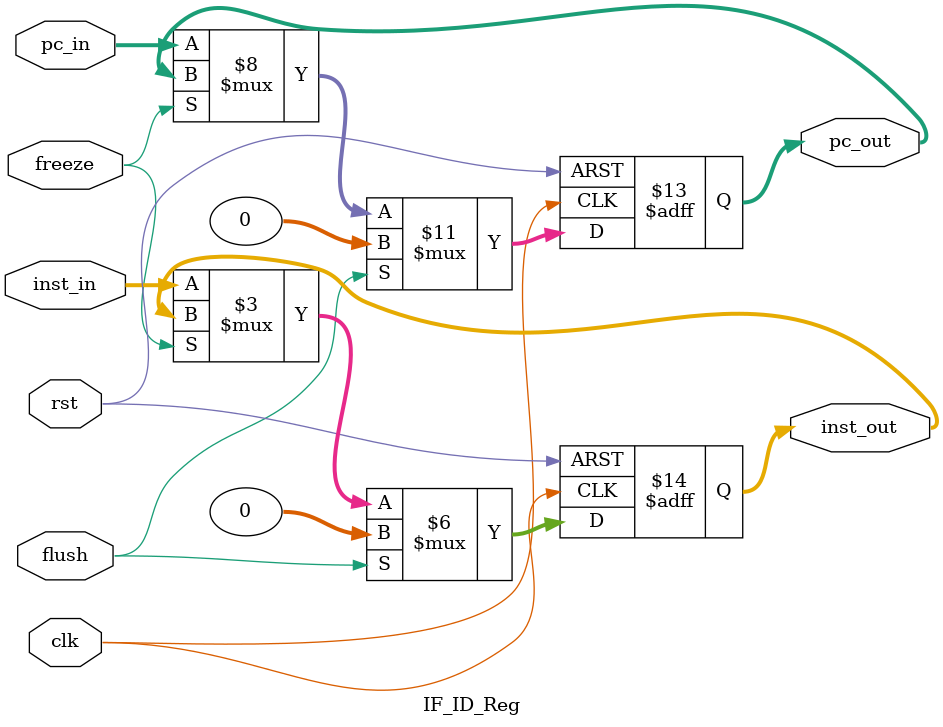
<source format=v>
module IF_ID_Reg(
    input clk, rst,
    input freeze,               // Pipeline stall signal
    input flush,                // Pipeline flush signal
    input [31:0] pc_in,        // PC from IF stage
    input [31:0] inst_in,      // Instruction from IF stage
    output reg [31:0] pc_out,  // PC to ID stage
    output reg [31:0] inst_out // Instruction to ID stage
);
    always @(posedge clk or posedge rst) begin
        if (rst) begin
            pc_out <= 32'b0;
            inst_out <= 32'b0;
        end
        else if (flush) begin
            pc_out <= 32'b0;
            inst_out <= 32'b0;
        end
        else if (~freeze) begin
            pc_out <= pc_in;
            inst_out <= inst_in;
        end
    end
endmodule
</source>
